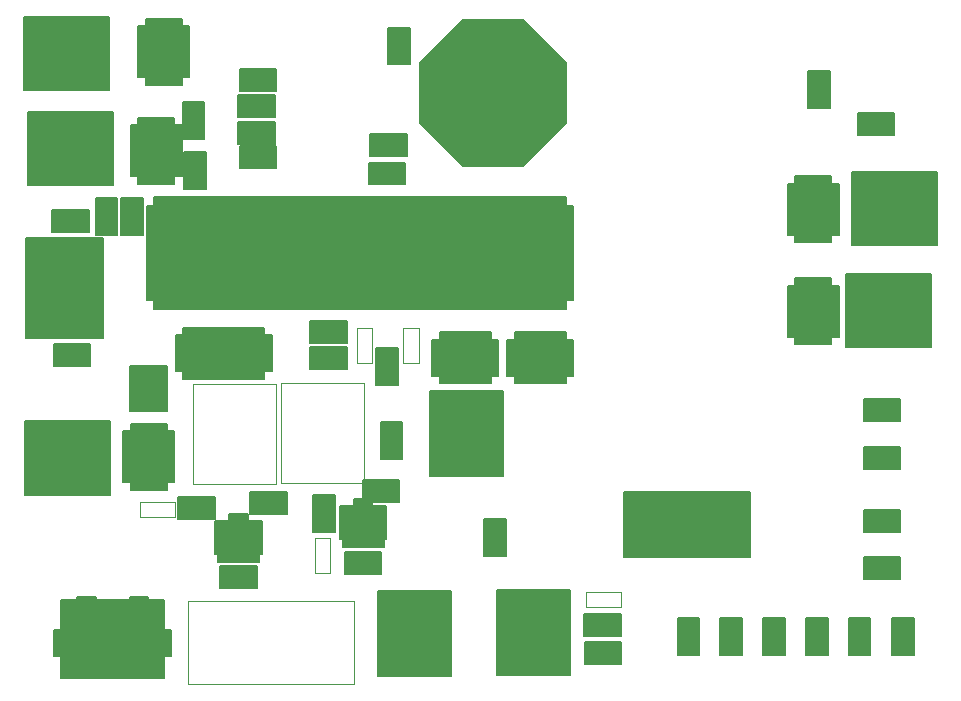
<source format=gbr>
%TF.GenerationSoftware,Altium Limited,Altium Designer,24.10.1 (45)*%
G04 Layer_Color=32768*
%FSLAX25Y25*%
%MOIN*%
%TF.SameCoordinates,9950C81B-CD0A-4F44-AB06-5448DEDD42A1*%
%TF.FilePolarity,Positive*%
%TF.FileFunction,Other,Mechanical_15*%
%TF.Part,Single*%
G01*
G75*
%TA.AperFunction,NonConductor*%
%ADD39C,0.00600*%
%ADD60C,0.00100*%
%ADD61C,0.00197*%
G36*
X229150Y323300D02*
X221850D01*
Y335600D01*
X229150D01*
Y323300D01*
D02*
G37*
G36*
X153000Y336000D02*
X155500D01*
Y319000D01*
X153000D01*
Y316500D01*
X141000D01*
Y319000D01*
X138500D01*
Y336000D01*
X141000D01*
Y338500D01*
X153000D01*
Y336000D01*
D02*
G37*
G36*
X128817Y314694D02*
X100417D01*
Y339094D01*
X128817D01*
Y314694D01*
D02*
G37*
G36*
X184650Y314350D02*
X172350D01*
Y321650D01*
X184650D01*
Y314350D01*
D02*
G37*
G36*
X369150Y308850D02*
X361850D01*
Y321150D01*
X369150D01*
Y308850D01*
D02*
G37*
G36*
X184100Y305850D02*
X171800D01*
Y313150D01*
X184100D01*
Y305850D01*
D02*
G37*
G36*
X390650Y299850D02*
X378350D01*
Y307150D01*
X390650D01*
Y299850D01*
D02*
G37*
G36*
X160650Y298350D02*
X153350D01*
Y310650D01*
X160650D01*
Y298350D01*
D02*
G37*
G36*
X184150Y296850D02*
X171850D01*
Y304150D01*
X184150D01*
Y296850D01*
D02*
G37*
G36*
X228150Y292800D02*
X215850D01*
Y300100D01*
X228150D01*
Y292800D01*
D02*
G37*
G36*
X281305Y324129D02*
Y303871D01*
X266834Y289400D01*
X246575D01*
X232105Y303871D01*
Y324129D01*
X246575Y338600D01*
X266834D01*
X281305Y324129D01*
D02*
G37*
G36*
X184650Y288850D02*
X172350D01*
Y296150D01*
X184650D01*
Y288850D01*
D02*
G37*
G36*
X150500Y303000D02*
X153000D01*
Y286000D01*
X150500D01*
Y283500D01*
X138500D01*
Y286000D01*
X136000D01*
Y303000D01*
X138500D01*
Y305500D01*
X150500D01*
Y303000D01*
D02*
G37*
G36*
X227650Y283300D02*
X215350D01*
Y290600D01*
X227650D01*
Y283300D01*
D02*
G37*
G36*
X130317Y283194D02*
X101917D01*
Y307594D01*
X130317D01*
Y283194D01*
D02*
G37*
G36*
X161150Y281850D02*
X153850D01*
Y294150D01*
X161150D01*
Y281850D01*
D02*
G37*
G36*
X122150Y267350D02*
X109850D01*
Y274650D01*
X122150D01*
Y267350D01*
D02*
G37*
G36*
X140150Y266350D02*
X132850D01*
Y278650D01*
X140150D01*
Y266350D01*
D02*
G37*
G36*
X131650D02*
X124350D01*
Y278650D01*
X131650D01*
Y266350D01*
D02*
G37*
G36*
X369500Y283500D02*
X372000D01*
Y266500D01*
X369500D01*
Y264000D01*
X357500D01*
Y266500D01*
X355000D01*
Y283500D01*
X357500D01*
Y286000D01*
X369500D01*
Y283500D01*
D02*
G37*
G36*
X404817Y263194D02*
X376417D01*
Y287594D01*
X404817D01*
Y263194D01*
D02*
G37*
G36*
X281100Y276250D02*
X283500D01*
Y244750D01*
X281100D01*
Y241900D01*
X143900D01*
Y244750D01*
X141500D01*
Y276250D01*
X143900D01*
Y279100D01*
X281100D01*
Y276250D01*
D02*
G37*
G36*
X126900Y261591D02*
X126942D01*
Y235995D01*
X126900Y236000D01*
Y232050D01*
X101300D01*
Y236000D01*
X101342Y235995D01*
Y261591D01*
X101300D01*
Y265541D01*
X126900D01*
Y261591D01*
D02*
G37*
G36*
X208150Y230350D02*
X195850D01*
Y237650D01*
X208150D01*
Y230350D01*
D02*
G37*
G36*
X369500Y249500D02*
X372000D01*
Y232500D01*
X369500D01*
Y230000D01*
X357500D01*
Y232500D01*
X355000D01*
Y249500D01*
X357500D01*
Y252000D01*
X369500D01*
Y249500D01*
D02*
G37*
G36*
X402817Y229194D02*
X374417D01*
Y253594D01*
X402817D01*
Y229194D01*
D02*
G37*
G36*
X122650Y222850D02*
X110350D01*
Y230150D01*
X122650D01*
Y222850D01*
D02*
G37*
G36*
X208200Y221850D02*
X195900D01*
Y229150D01*
X208200D01*
Y221850D01*
D02*
G37*
G36*
X180550Y233000D02*
X183050D01*
Y221000D01*
X180550D01*
Y218500D01*
X153550D01*
Y221000D01*
X151050D01*
Y233000D01*
X153550D01*
Y235500D01*
X180550D01*
Y233000D01*
D02*
G37*
G36*
X281000Y231500D02*
X283500D01*
Y219500D01*
X281000D01*
Y217000D01*
X264000D01*
Y219500D01*
X261500D01*
Y231500D01*
X264000D01*
Y234000D01*
X281000D01*
Y231500D01*
D02*
G37*
G36*
X256000D02*
X258500D01*
Y219500D01*
X256000D01*
Y217000D01*
X239000D01*
Y219500D01*
X236500D01*
Y231500D01*
X239000D01*
Y234000D01*
X256000D01*
Y231500D01*
D02*
G37*
G36*
X225150Y216350D02*
X217850D01*
Y228650D01*
X225150D01*
Y216350D01*
D02*
G37*
G36*
X148150Y215350D02*
X135850D01*
Y222650D01*
X148150D01*
Y215350D01*
D02*
G37*
G36*
Y207850D02*
X135850D01*
Y215150D01*
X148150D01*
Y207850D01*
D02*
G37*
G36*
X392650Y204350D02*
X380350D01*
Y211650D01*
X392650D01*
Y204350D01*
D02*
G37*
G36*
X226650Y191850D02*
X219350D01*
Y204150D01*
X226650D01*
Y191850D01*
D02*
G37*
G36*
X392650Y188350D02*
X380350D01*
Y195650D01*
X392650D01*
Y188350D01*
D02*
G37*
G36*
X260094Y186183D02*
X235694D01*
Y214583D01*
X260094D01*
Y186183D01*
D02*
G37*
G36*
X148000Y201000D02*
X150500D01*
Y184000D01*
X148000D01*
Y181500D01*
X136000D01*
Y184000D01*
X133500D01*
Y201000D01*
X136000D01*
Y203500D01*
X148000D01*
Y201000D01*
D02*
G37*
G36*
X129083Y179906D02*
X100683D01*
Y204306D01*
X129083D01*
Y179906D01*
D02*
G37*
G36*
X188150Y173350D02*
X175850D01*
Y180650D01*
X188150D01*
Y173350D01*
D02*
G37*
G36*
X164150Y171850D02*
X151850D01*
Y179150D01*
X164150D01*
Y171850D01*
D02*
G37*
G36*
X392650Y167350D02*
X380350D01*
Y174650D01*
X392650D01*
Y167350D01*
D02*
G37*
G36*
X204150D02*
X196850D01*
Y179650D01*
X204150D01*
Y167350D01*
D02*
G37*
G36*
X225650Y177350D02*
X216500D01*
Y176050D01*
X221200D01*
Y164950D01*
X220240D01*
Y162400D01*
X206760D01*
Y164950D01*
X205800D01*
Y176050D01*
X210500D01*
Y178600D01*
X213350D01*
Y184650D01*
X225650D01*
Y177350D01*
D02*
G37*
G36*
X261150Y159350D02*
X253850D01*
Y171650D01*
X261150D01*
Y159350D01*
D02*
G37*
G36*
X342500Y159039D02*
X300500D01*
Y180961D01*
X342500D01*
Y159039D01*
D02*
G37*
G36*
X175000Y171050D02*
X179700D01*
Y159950D01*
X178740D01*
Y157400D01*
X165260D01*
Y159950D01*
X164300D01*
Y171050D01*
X169000D01*
Y173600D01*
X175000D01*
Y171050D01*
D02*
G37*
G36*
X219650Y153350D02*
X207350D01*
Y160650D01*
X219650D01*
Y153350D01*
D02*
G37*
G36*
X392650Y151850D02*
X380350D01*
Y159150D01*
X392650D01*
Y151850D01*
D02*
G37*
G36*
X178150Y148850D02*
X165850D01*
Y156150D01*
X178150D01*
Y148850D01*
D02*
G37*
G36*
X141860Y144886D02*
X147150D01*
Y134850D01*
X149437D01*
Y126150D01*
X147150D01*
Y118686D01*
X112850D01*
Y126150D01*
X110563D01*
Y134850D01*
X112850D01*
Y144886D01*
X118140D01*
Y145761D01*
X124340D01*
Y144886D01*
X135660D01*
Y145761D01*
X141860D01*
Y144886D01*
D02*
G37*
G36*
X299400Y132850D02*
X287100D01*
Y140150D01*
X299400D01*
Y132850D01*
D02*
G37*
G36*
X397150Y126350D02*
X389850D01*
Y138650D01*
X397150D01*
Y126350D01*
D02*
G37*
G36*
X382650D02*
X375350D01*
Y138650D01*
X382650D01*
Y126350D01*
D02*
G37*
G36*
X368520D02*
X361220D01*
Y138650D01*
X368520D01*
Y126350D01*
D02*
G37*
G36*
X354230D02*
X346930D01*
Y138650D01*
X354230D01*
Y126350D01*
D02*
G37*
G36*
X339940D02*
X332640D01*
Y138650D01*
X339940D01*
Y126350D01*
D02*
G37*
G36*
X325650D02*
X318350D01*
Y138650D01*
X325650D01*
Y126350D01*
D02*
G37*
G36*
X299650Y123350D02*
X287350D01*
Y130650D01*
X299650D01*
Y123350D01*
D02*
G37*
G36*
X282594Y119683D02*
X258194D01*
Y148083D01*
X282594D01*
Y119683D01*
D02*
G37*
G36*
X242806Y119417D02*
X218406D01*
Y147817D01*
X242806D01*
Y119417D01*
D02*
G37*
D39*
X221850Y323300D02*
Y335600D01*
Y323300D02*
X229150D01*
Y335600D01*
X221850D02*
X229150D01*
X258194Y148083D02*
X282594D01*
Y119683D02*
Y148083D01*
X258194Y119683D02*
X282594D01*
X258194D02*
Y148083D01*
X153000Y316500D02*
Y319000D01*
X155500D01*
Y336000D01*
X153000D02*
X155500D01*
X153000D02*
Y338500D01*
X141000D02*
X153000D01*
X141000Y336000D02*
Y338500D01*
X138500Y336000D02*
X141000D01*
X138500Y319000D02*
Y336000D01*
Y319000D02*
X141000D01*
Y316500D02*
Y319000D01*
Y316500D02*
X153000D01*
X171850Y304150D02*
X184150D01*
X171850Y296850D02*
Y304150D01*
Y296850D02*
X184150D01*
Y304150D01*
X161150Y281850D02*
Y294150D01*
X153850D02*
X161150D01*
X153850Y281850D02*
Y294150D01*
Y281850D02*
X161150D01*
X153350Y298350D02*
Y310650D01*
Y298350D02*
X160650D01*
Y310650D01*
X153350D02*
X160650D01*
X369150Y308850D02*
Y321150D01*
X361850D02*
X369150D01*
X361850Y308850D02*
Y321150D01*
Y308850D02*
X369150D01*
X378350Y299850D02*
X390650D01*
Y307150D01*
X378350D02*
X390650D01*
X378350Y299850D02*
Y307150D01*
X376417Y263194D02*
X404817D01*
Y287594D01*
X376417D02*
X404817D01*
X376417Y263194D02*
Y287594D01*
X143900Y279100D02*
X281100D01*
Y276250D02*
Y279100D01*
Y241900D02*
Y244750D01*
X143900Y241900D02*
X281100D01*
X143900D02*
Y244750D01*
Y276250D02*
Y279100D01*
X141500Y276250D02*
X143900D01*
X281100D02*
X283500D01*
Y244750D02*
Y276250D01*
X281100Y244750D02*
X283500D01*
X141500D02*
X143900D01*
X141500D02*
Y276250D01*
X287100Y132850D02*
X299400D01*
Y140150D01*
X287100D02*
X299400D01*
X287100Y132850D02*
Y140150D01*
X287350Y130650D02*
X299650D01*
X287350Y123350D02*
Y130650D01*
Y123350D02*
X299650D01*
Y130650D01*
X325650Y126350D02*
Y138650D01*
X318350D02*
X325650D01*
X318350Y126350D02*
Y138650D01*
Y126350D02*
X325650D01*
X339940D02*
Y138650D01*
X332640D02*
X339940D01*
X332640Y126350D02*
Y138650D01*
Y126350D02*
X339940D01*
X354230D02*
Y138650D01*
X346930D02*
X354230D01*
X346930Y126350D02*
Y138650D01*
Y126350D02*
X354230D01*
X389850D02*
Y138650D01*
Y126350D02*
X397150D01*
Y138650D01*
X389850D02*
X397150D01*
X382650Y126350D02*
Y138650D01*
X375350D02*
X382650D01*
X375350Y126350D02*
Y138650D01*
Y126350D02*
X382650D01*
X368520D02*
Y138650D01*
X361220D02*
X368520D01*
X361220Y126350D02*
Y138650D01*
Y126350D02*
X368520D01*
X380350Y195650D02*
X392650D01*
X380350Y188350D02*
Y195650D01*
Y188350D02*
X392650D01*
Y195650D01*
X380350Y211650D02*
X392650D01*
X380350Y204350D02*
Y211650D01*
Y204350D02*
X392650D01*
Y211650D01*
X380350Y174650D02*
X392650D01*
X380350Y167350D02*
Y174650D01*
Y167350D02*
X392650D01*
Y174650D01*
X380350Y159150D02*
X392650D01*
X380350Y151850D02*
Y159150D01*
Y151850D02*
X392650D01*
Y159150D01*
X261150Y159350D02*
Y171650D01*
X253850D02*
X261150D01*
X253850Y159350D02*
Y171650D01*
Y159350D02*
X261150D01*
X151050Y221000D02*
X153550D01*
Y218500D02*
Y221000D01*
Y218500D02*
X180550D01*
Y221000D01*
X183050D01*
Y233000D01*
X180550D02*
X183050D01*
X180550D02*
Y235500D01*
X153550D02*
X180550D01*
X153550Y233000D02*
Y235500D01*
X151050Y233000D02*
X153550D01*
X151050Y221000D02*
Y233000D01*
X135850Y207850D02*
X148150D01*
Y215150D01*
X135850D02*
X148150D01*
X135850Y207850D02*
Y215150D01*
X225150Y216350D02*
Y228650D01*
X217850D02*
X225150D01*
X217850Y216350D02*
Y228650D01*
Y216350D02*
X225150D01*
X175850Y180650D02*
X188150D01*
X175850Y173350D02*
Y180650D01*
Y173350D02*
X188150D01*
Y180650D01*
X165160Y157400D02*
X178840D01*
X165160D02*
Y159950D01*
X178840Y157400D02*
Y159950D01*
X164300D02*
X165160D01*
X178840D02*
X179700D01*
Y171050D01*
X175100D02*
X179700D01*
X175100D02*
Y173600D01*
X168900D02*
X175100D01*
X168900Y171050D02*
Y173600D01*
X164300Y171050D02*
X168900D01*
X164300Y159950D02*
Y171050D01*
X151850Y179150D02*
X164150D01*
X151850Y171850D02*
Y179150D01*
Y171850D02*
X164150D01*
Y179150D01*
X196850Y167350D02*
Y179650D01*
Y167350D02*
X204150D01*
Y179650D01*
X196850D02*
X204150D01*
X226650Y191850D02*
Y204150D01*
X219350D02*
X226650D01*
X219350Y191850D02*
Y204150D01*
Y191850D02*
X226650D01*
X213350Y184650D02*
X225650D01*
X213350Y177350D02*
Y184650D01*
Y177350D02*
X225650D01*
Y184650D01*
X165850Y156150D02*
X178150D01*
X165850Y148850D02*
Y156150D01*
Y148850D02*
X178150D01*
Y156150D01*
X207350Y160650D02*
X219650D01*
X207350Y153350D02*
Y160650D01*
Y153350D02*
X219650D01*
Y160650D01*
X135850Y215350D02*
X148150D01*
Y222650D01*
X135850D02*
X148150D01*
X135850Y215350D02*
Y222650D01*
X132850Y266350D02*
Y278650D01*
Y266350D02*
X140150D01*
Y278650D01*
X132850D02*
X140150D01*
X131650Y266350D02*
Y278650D01*
X124350D02*
X131650D01*
X124350Y266350D02*
Y278650D01*
Y266350D02*
X131650D01*
X109850Y267350D02*
X122150D01*
Y274650D01*
X109850D02*
X122150D01*
X109850Y267350D02*
Y274650D01*
X101917Y283194D02*
X130317D01*
Y307594D01*
X101917D02*
X130317D01*
X101917Y283194D02*
Y307594D01*
X101300Y232050D02*
X126900D01*
Y265541D01*
X101300Y232050D02*
Y265541D01*
X126900D01*
X172350Y296150D02*
X184650D01*
X172350Y288850D02*
Y296150D01*
Y288850D02*
X184650D01*
Y296150D01*
X171800Y313150D02*
X184100D01*
X171800Y305850D02*
Y313150D01*
Y305850D02*
X184100D01*
Y313150D01*
X172350Y314350D02*
X184650D01*
Y321650D01*
X172350D02*
X184650D01*
X172350Y314350D02*
Y321650D01*
X242806Y119417D02*
Y147817D01*
X218406D02*
X242806D01*
X218406Y119417D02*
Y147817D01*
Y119417D02*
X242806D01*
X215850Y292800D02*
X228150D01*
Y300100D01*
X215850D02*
X228150D01*
X215850Y292800D02*
Y300100D01*
X215350Y283300D02*
X227650D01*
Y290600D01*
X215350D02*
X227650D01*
X215350Y283300D02*
Y290600D01*
X150500Y283500D02*
Y286000D01*
X153000D01*
Y303000D01*
X150500D02*
X153000D01*
X150500D02*
Y305500D01*
X138500D02*
X150500D01*
X138500Y303000D02*
Y305500D01*
X136000Y303000D02*
X138500D01*
X136000Y286000D02*
Y303000D01*
Y286000D02*
X138500D01*
Y283500D02*
Y286000D01*
Y283500D02*
X150500D01*
X136000Y203500D02*
X148000D01*
Y201000D02*
Y203500D01*
Y201000D02*
X150500D01*
Y184000D02*
Y201000D01*
X148000Y184000D02*
X150500D01*
X148000Y181500D02*
Y184000D01*
X136000Y181500D02*
X148000D01*
X136000D02*
Y184000D01*
X133500D02*
X136000D01*
X133500D02*
Y201000D01*
X136000D01*
Y203500D01*
X195850Y237650D02*
X208150D01*
X195850Y230350D02*
Y237650D01*
Y230350D02*
X208150D01*
Y237650D01*
X195900Y229150D02*
X208200D01*
X195900Y221850D02*
Y229150D01*
Y221850D02*
X208200D01*
Y229150D01*
X206660Y162400D02*
X220340D01*
X206660D02*
Y164950D01*
X220340Y162400D02*
Y164950D01*
X205800D02*
X206660D01*
X220340D02*
X221200D01*
Y176050D01*
X216600D02*
X221200D01*
X216600D02*
Y178600D01*
X210400D02*
X216600D01*
X210400Y176050D02*
Y178600D01*
X205800Y176050D02*
X210400D01*
X205800Y164950D02*
Y176050D01*
X235694Y186183D02*
Y214583D01*
Y186183D02*
X260094D01*
Y214583D01*
X235694D02*
X260094D01*
X369500Y230000D02*
Y232500D01*
X372000D01*
Y249500D01*
X369500D02*
X372000D01*
X369500D02*
Y252000D01*
X357500D02*
X369500D01*
X357500Y249500D02*
Y252000D01*
X355000Y249500D02*
X357500D01*
X355000Y232500D02*
Y249500D01*
Y232500D02*
X357500D01*
Y230000D02*
Y232500D01*
Y230000D02*
X369500D01*
X100683Y204306D02*
X129083D01*
X100683Y179906D02*
Y204306D01*
Y179906D02*
X129083D01*
Y204306D01*
X374417Y229194D02*
X402817D01*
Y253594D01*
X374417D02*
X402817D01*
X374417Y229194D02*
Y253594D01*
X100417Y314694D02*
X128817D01*
Y339094D01*
X100417D02*
X128817D01*
X100417Y314694D02*
Y339094D01*
X110350Y230150D02*
X122650D01*
X110350Y222850D02*
Y230150D01*
Y222850D02*
X122650D01*
Y230150D01*
X141860Y144886D02*
X147150D01*
X141860D02*
Y145761D01*
X135660D02*
X141860D01*
X135660Y144886D02*
Y145761D01*
X124340Y144886D02*
X135660D01*
X124340D02*
Y145761D01*
X118140D02*
X124340D01*
X118140Y144886D02*
Y145761D01*
X112850Y144886D02*
X118140D01*
X112850Y134850D02*
Y144886D01*
X110563Y134850D02*
X112850D01*
X110563Y126150D02*
Y134850D01*
Y126150D02*
X112850D01*
Y118686D02*
Y126150D01*
Y118686D02*
X147150D01*
Y126150D01*
X149437D01*
Y134850D01*
X147150D02*
X149437D01*
X147150D02*
Y144886D01*
X369500Y264000D02*
Y266500D01*
X372000D01*
Y283500D01*
X369500D02*
X372000D01*
X369500D02*
Y286000D01*
X357500D02*
X369500D01*
X357500Y283500D02*
Y286000D01*
X355000Y283500D02*
X357500D01*
X355000Y266500D02*
Y283500D01*
Y266500D02*
X357500D01*
Y264000D02*
Y266500D01*
Y264000D02*
X369500D01*
X236500Y219500D02*
X239000D01*
Y217000D02*
Y219500D01*
Y217000D02*
X256000D01*
Y219500D01*
X258500D01*
Y231500D01*
X256000D02*
X258500D01*
X256000D02*
Y234000D01*
X239000D02*
X256000D01*
X239000Y231500D02*
Y234000D01*
X236500Y231500D02*
X239000D01*
X236500Y219500D02*
Y231500D01*
X281000D02*
X283500D01*
X281000D02*
Y234000D01*
X264000D02*
X281000D01*
X264000Y231500D02*
Y234000D01*
X261500Y231500D02*
X264000D01*
X261500Y219500D02*
Y231500D01*
Y219500D02*
X264000D01*
Y217000D02*
Y219500D01*
Y217000D02*
X281000D01*
Y219500D01*
X283500D01*
Y231500D01*
X300500Y159000D02*
X342500D01*
X300500D02*
Y180921D01*
X342500D01*
Y159000D02*
Y180921D01*
D60*
X266834Y289400D02*
X281305Y303871D01*
Y324129D01*
X266834Y338600D02*
X281305Y324129D01*
X246575Y338600D02*
X266834D01*
X232105Y324129D02*
X246575Y338600D01*
X232105Y303871D02*
Y324129D01*
Y303871D02*
X246575Y289400D01*
X266834D01*
D61*
X139193Y177559D02*
X150807D01*
X139193Y172441D02*
Y177559D01*
Y172441D02*
X150807D01*
Y177559D01*
X287856Y147484D02*
X299470D01*
X287856Y142366D02*
Y147484D01*
Y142366D02*
X299470D01*
Y147484D01*
X232059Y223693D02*
Y235307D01*
X226941D02*
X232059D01*
X226941Y223693D02*
Y235307D01*
Y223693D02*
X232059D01*
X216559D02*
Y235307D01*
X211441D02*
X216559D01*
X211441Y223693D02*
Y235307D01*
Y223693D02*
X216559D01*
X186221Y183748D02*
X213779D01*
Y217252D01*
X186221D02*
X213779D01*
X186221Y183748D02*
Y217252D01*
X197441Y153693D02*
Y165307D01*
Y153693D02*
X202559D01*
Y165307D01*
X197441D02*
X202559D01*
X156797Y183381D02*
X184356D01*
Y216885D01*
X156797D02*
X184356D01*
X156797Y183381D02*
Y216885D01*
X155032Y116783D02*
Y144343D01*
Y116783D02*
X210543D01*
Y144343D01*
X155032D02*
X210543D01*
%TF.MD5,26721478d890f799eaa0a74582607fcf*%
M02*

</source>
